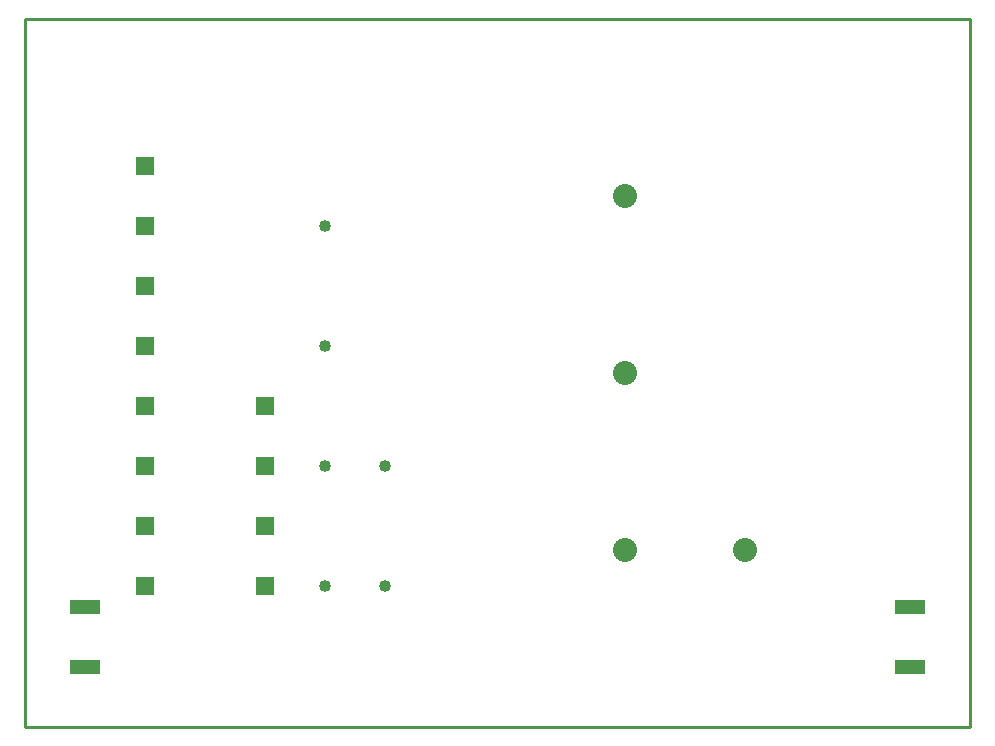
<source format=gtl>
G04 ADPS-100 Power Board - Top Copper Layer*
G04 Generated for JLCPCB*
%FSLAX46Y46*%
%MOIN*%
%ADD10C,0.0100*%
%ADD11R,0.0600X0.0600*%
%ADD12C,0.0400*%
%ADD13R,0.1000X0.0500*%
%ADD14C,0.0800*%

G04 Board Outline*
D10*
X0Y0D02*
X3150000Y0D01*
X3150000Y2360000D01*
X0Y2360000D01*
X0Y0D01*

G04 Component Pads - Diodes D1-D12*
D11*
X400000Y470000D03*
X400000Y670000D03*
X400000Y870000D03*
X400000Y1070000D03*
X400000Y1270000D03*
X400000Y1470000D03*
X400000Y1670000D03*
X400000Y1870000D03*
X800000Y470000D03*
X800000Y670000D03*
X800000Y870000D03*
X800000Y1070000D03*

G04 Capacitor Pads C1-C6*
D12*
X1000000Y470000D03*
X1000000Y870000D03*
X1000000Y1270000D03*
X1000000Y1670000D03*
X1200000Y470000D03*
X1200000Y870000D03*

G04 Storage Capacitor Pads*
D14*
X2000000Y590000D03*
X2000000Y1180000D03*
X2000000Y1770000D03*
X2400000Y590000D03*

G04 Terminal Block Pads*
D13*
X200000Y200000D03*
X200000Y400000D03*
X2950000Y200000D03*
X2950000Y400000D03*

M02*

</source>
